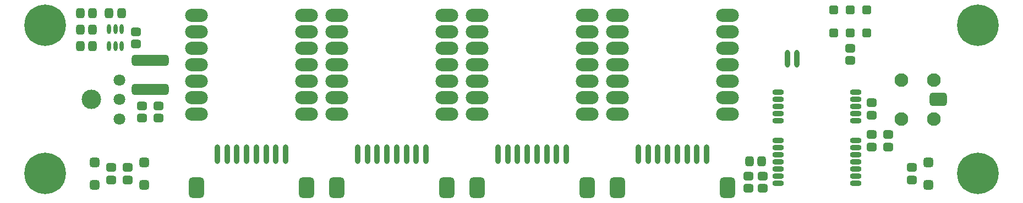
<source format=gts>
%TF.GenerationSoftware,KiCad,Pcbnew,7.0.5-0*%
%TF.CreationDate,2023-09-25T22:43:47+01:00*%
%TF.ProjectId,INCLINOMETER_BOARD,494e434c-494e-44f4-9d45-5445525f424f,rev?*%
%TF.SameCoordinates,Original*%
%TF.FileFunction,Soldermask,Top*%
%TF.FilePolarity,Negative*%
%FSLAX46Y46*%
G04 Gerber Fmt 4.6, Leading zero omitted, Abs format (unit mm)*
G04 Created by KiCad (PCBNEW 7.0.5-0) date 2023-09-25 22:43:47*
%MOMM*%
%LPD*%
G01*
G04 APERTURE LIST*
G04 Aperture macros list*
%AMRoundRect*
0 Rectangle with rounded corners*
0 $1 Rounding radius*
0 $2 $3 $4 $5 $6 $7 $8 $9 X,Y pos of 4 corners*
0 Add a 4 corners polygon primitive as box body*
4,1,4,$2,$3,$4,$5,$6,$7,$8,$9,$2,$3,0*
0 Add four circle primitives for the rounded corners*
1,1,$1+$1,$2,$3*
1,1,$1+$1,$4,$5*
1,1,$1+$1,$6,$7*
1,1,$1+$1,$8,$9*
0 Add four rect primitives between the rounded corners*
20,1,$1+$1,$2,$3,$4,$5,0*
20,1,$1+$1,$4,$5,$6,$7,0*
20,1,$1+$1,$6,$7,$8,$9,0*
20,1,$1+$1,$8,$9,$2,$3,0*%
G04 Aperture macros list end*
%ADD10RoundRect,0.325000X-0.325000X-0.425000X0.325000X-0.425000X0.325000X0.425000X-0.325000X0.425000X0*%
%ADD11C,0.800000*%
%ADD12C,6.400000*%
%ADD13RoundRect,0.325000X0.425000X-0.325000X0.425000X0.325000X-0.425000X0.325000X-0.425000X-0.325000X0*%
%ADD14RoundRect,0.350000X0.350000X-0.350000X0.350000X0.350000X-0.350000X0.350000X-0.350000X-0.350000X0*%
%ADD15RoundRect,0.325000X-0.425000X0.325000X-0.425000X-0.325000X0.425000X-0.325000X0.425000X0.325000X0*%
%ADD16RoundRect,0.600000X0.600000X1.000000X-0.600000X1.000000X-0.600000X-1.000000X0.600000X-1.000000X0*%
%ADD17RoundRect,0.450000X0.000000X1.050000X0.000000X1.050000X0.000000X-1.050000X0.000000X-1.050000X0*%
%ADD18RoundRect,1.000000X-0.750000X0.000000X0.750000X0.000000X0.750000X0.000000X-0.750000X0.000000X0*%
%ADD19RoundRect,0.375000X0.375000X-0.375000X0.375000X0.375000X-0.375000X0.375000X-0.375000X-0.375000X0*%
%ADD20RoundRect,0.425000X-2.425000X0.425000X-2.425000X-0.425000X2.425000X-0.425000X2.425000X0.425000X0*%
%ADD21RoundRect,0.517500X-0.832500X0.517500X-0.832500X-0.517500X0.832500X-0.517500X0.832500X0.517500X0*%
%ADD22C,2.100000*%
%ADD23C,3.000000*%
%ADD24C,1.800000*%
%ADD25RoundRect,0.400000X0.500000X0.000000X-0.500000X0.000000X-0.500000X0.000000X0.500000X0.000000X0*%
%ADD26RoundRect,0.300000X0.000000X0.450000X0.000000X-0.450000X0.000000X-0.450000X0.000000X0.450000X0*%
%ADD27RoundRect,0.400000X0.000000X0.975000X0.000000X-0.975000X0.000000X-0.975000X0.000000X0.975000X0*%
G04 APERTURE END LIST*
D10*
%TO.C,C6*%
X188978500Y-95250000D03*
X190878500Y-95250000D03*
%TD*%
%TO.C,R2*%
X90490000Y-72390000D03*
X92390000Y-72390000D03*
%TD*%
D11*
%TO.C,H4*%
X78245000Y-97155000D03*
X78947944Y-95457944D03*
X78947944Y-98852056D03*
X80645000Y-94755000D03*
D12*
X80645000Y-97155000D03*
D11*
X80645000Y-99555000D03*
X82342056Y-95457944D03*
X82342056Y-98852056D03*
X83045000Y-97155000D03*
%TD*%
%TO.C,H1*%
X221755000Y-74295000D03*
X222457944Y-72597944D03*
X222457944Y-75992056D03*
X224155000Y-71895000D03*
D12*
X224155000Y-74295000D03*
D11*
X224155000Y-76695000D03*
X225852056Y-72597944D03*
X225852056Y-75992056D03*
X226555000Y-74295000D03*
%TD*%
D13*
%TO.C,C4*%
X95504000Y-88580000D03*
X95504000Y-86680000D03*
%TD*%
D11*
%TO.C,H2*%
X221755000Y-97155000D03*
X222457944Y-95457944D03*
X222457944Y-98852056D03*
X224155000Y-94755000D03*
D12*
X224155000Y-97155000D03*
D11*
X224155000Y-99555000D03*
X225852056Y-95457944D03*
X225852056Y-98852056D03*
X226555000Y-97155000D03*
%TD*%
D14*
%TO.C,D5*%
X207010000Y-75410000D03*
X207010000Y-71910000D03*
%TD*%
D15*
%TO.C,C9*%
X210312000Y-91125000D03*
X210312000Y-93025000D03*
%TD*%
%TO.C,R6*%
X207772000Y-91125000D03*
X207772000Y-93025000D03*
%TD*%
D16*
%TO.C,J2*%
X168715000Y-99350000D03*
X185615000Y-99350000D03*
D17*
X171915000Y-94200000D03*
X173415000Y-94200000D03*
X174915000Y-94200000D03*
X176415000Y-94200000D03*
X177915000Y-94200000D03*
X179415000Y-94200000D03*
X180915000Y-94200000D03*
X182415000Y-94200000D03*
%TD*%
D18*
%TO.C,IC4*%
X147075000Y-72730000D03*
X147075000Y-75270000D03*
X147075000Y-77810000D03*
X147075000Y-80350000D03*
X147075000Y-82890000D03*
X147075000Y-85430000D03*
X147075000Y-87970000D03*
X164075000Y-87970000D03*
X164075000Y-85430000D03*
X164075000Y-82890000D03*
X164075000Y-80350000D03*
X164075000Y-77810000D03*
X164075000Y-75270000D03*
X164075000Y-72730000D03*
%TD*%
D13*
%TO.C,R3*%
X90805000Y-98105000D03*
X90805000Y-96205000D03*
%TD*%
D15*
%TO.C,R5*%
X204470000Y-77790000D03*
X204470000Y-79690000D03*
%TD*%
D18*
%TO.C,IC2*%
X103895000Y-72730000D03*
X103895000Y-75270000D03*
X103895000Y-77810000D03*
X103895000Y-80350000D03*
X103895000Y-82890000D03*
X103895000Y-85430000D03*
X103895000Y-87970000D03*
X120895000Y-87970000D03*
X120895000Y-85430000D03*
X120895000Y-82890000D03*
X120895000Y-80350000D03*
X120895000Y-77810000D03*
X120895000Y-75270000D03*
X120895000Y-72730000D03*
%TD*%
D10*
%TO.C,C2*%
X86045000Y-77470000D03*
X87945000Y-77470000D03*
%TD*%
D13*
%TO.C,R4*%
X93345000Y-98105000D03*
X93345000Y-96205000D03*
%TD*%
D19*
%TO.C,D2*%
X95885000Y-95405000D03*
X95885000Y-98905000D03*
%TD*%
D13*
%TO.C,R7*%
X213995000Y-98105000D03*
X213995000Y-96205000D03*
%TD*%
D18*
%TO.C,IC3*%
X125485000Y-72730000D03*
X125485000Y-75270000D03*
X125485000Y-77810000D03*
X125485000Y-80350000D03*
X125485000Y-82890000D03*
X125485000Y-85430000D03*
X125485000Y-87970000D03*
X142485000Y-87970000D03*
X142485000Y-85430000D03*
X142485000Y-82890000D03*
X142485000Y-80350000D03*
X142485000Y-77810000D03*
X142485000Y-75270000D03*
X142485000Y-72730000D03*
%TD*%
D13*
%TO.C,C5*%
X98044000Y-88580000D03*
X98044000Y-86680000D03*
%TD*%
%TO.C,L2*%
X207772000Y-88118028D03*
X207772000Y-86218028D03*
%TD*%
D19*
%TO.C,D6*%
X216535000Y-95405000D03*
X216535000Y-98905000D03*
%TD*%
D20*
%TO.C,L1*%
X96774000Y-79665000D03*
X96774000Y-84165000D03*
%TD*%
D16*
%TO.C,J1*%
X125535000Y-99350000D03*
X142435000Y-99350000D03*
D17*
X128735000Y-94200000D03*
X130235000Y-94200000D03*
X131735000Y-94200000D03*
X133235000Y-94200000D03*
X134735000Y-94200000D03*
X136235000Y-94200000D03*
X137735000Y-94200000D03*
X139235000Y-94200000D03*
%TD*%
D13*
%TO.C,C8*%
X191008000Y-99425000D03*
X191008000Y-97525000D03*
%TD*%
D16*
%TO.C,J3*%
X103945000Y-99350000D03*
X120845000Y-99350000D03*
D17*
X107145000Y-94200000D03*
X108645000Y-94200000D03*
X110145000Y-94200000D03*
X111645000Y-94200000D03*
X113145000Y-94200000D03*
X114645000Y-94200000D03*
X116145000Y-94200000D03*
X117645000Y-94200000D03*
%TD*%
D19*
%TO.C,D1*%
X88265000Y-95405000D03*
X88265000Y-98905000D03*
%TD*%
D10*
%TO.C,C1*%
X86045000Y-74930000D03*
X87945000Y-74930000D03*
%TD*%
D13*
%TO.C,C7*%
X188849000Y-99425000D03*
X188849000Y-97525000D03*
%TD*%
D10*
%TO.C,R1*%
X86045000Y-72390000D03*
X87945000Y-72390000D03*
%TD*%
D21*
%TO.C,J7*%
X218060000Y-85725000D03*
D22*
X217410000Y-82725000D03*
X212410000Y-82725000D03*
X217410000Y-88725000D03*
X212410000Y-88725000D03*
%TD*%
D14*
%TO.C,D4*%
X204470000Y-75410000D03*
X204470000Y-71910000D03*
%TD*%
D13*
%TO.C,C3*%
X94615000Y-77150000D03*
X94615000Y-75250000D03*
%TD*%
D23*
%TO.C,J9*%
X87755000Y-85725000D03*
D24*
X92075000Y-82725000D03*
X92075000Y-85725000D03*
X92075000Y-88725000D03*
%TD*%
D25*
%TO.C,IC6*%
X205390000Y-98625000D03*
X205390000Y-97525000D03*
X205390000Y-96425000D03*
X205390000Y-95325000D03*
X205390000Y-94225000D03*
X205390000Y-93125000D03*
X205390000Y-92025000D03*
X205390000Y-89025000D03*
X205390000Y-87925000D03*
X205390000Y-86825000D03*
X205390000Y-85725000D03*
X205390000Y-84625000D03*
X193390000Y-84625000D03*
X193390000Y-85725000D03*
X193390000Y-86825000D03*
X193390000Y-87925000D03*
X193390000Y-89025000D03*
X193390000Y-92025000D03*
X193390000Y-93125000D03*
X193390000Y-94225000D03*
X193390000Y-95325000D03*
X193390000Y-96425000D03*
X193390000Y-97525000D03*
X193390000Y-98625000D03*
%TD*%
D16*
%TO.C,J4*%
X147125000Y-99350000D03*
X164025000Y-99350000D03*
D17*
X150325000Y-94200000D03*
X151825000Y-94200000D03*
X153325000Y-94200000D03*
X154825000Y-94200000D03*
X156325000Y-94200000D03*
X157825000Y-94200000D03*
X159325000Y-94200000D03*
X160825000Y-94200000D03*
%TD*%
D18*
%TO.C,IC5*%
X168665000Y-72730000D03*
X168665000Y-75270000D03*
X168665000Y-77810000D03*
X168665000Y-80350000D03*
X168665000Y-82890000D03*
X168665000Y-85430000D03*
X168665000Y-87970000D03*
X185665000Y-87970000D03*
X185665000Y-85430000D03*
X185665000Y-82890000D03*
X185665000Y-80350000D03*
X185665000Y-77810000D03*
X185665000Y-75270000D03*
X185665000Y-72730000D03*
%TD*%
D26*
%TO.C,IC1*%
X92390000Y-74900000D03*
X91440000Y-74900000D03*
X90490000Y-74900000D03*
X90490000Y-77500000D03*
X91440000Y-77500000D03*
X92390000Y-77500000D03*
%TD*%
D14*
%TO.C,D3*%
X201930000Y-75410000D03*
X201930000Y-71910000D03*
%TD*%
D27*
%TO.C,BT1*%
X196330000Y-79395000D03*
X194830000Y-79395000D03*
%TD*%
D11*
%TO.C,H3*%
X78245000Y-74295000D03*
X78947944Y-72597944D03*
X78947944Y-75992056D03*
X80645000Y-71895000D03*
D12*
X80645000Y-74295000D03*
D11*
X80645000Y-76695000D03*
X82342056Y-72597944D03*
X82342056Y-75992056D03*
X83045000Y-74295000D03*
%TD*%
M02*

</source>
